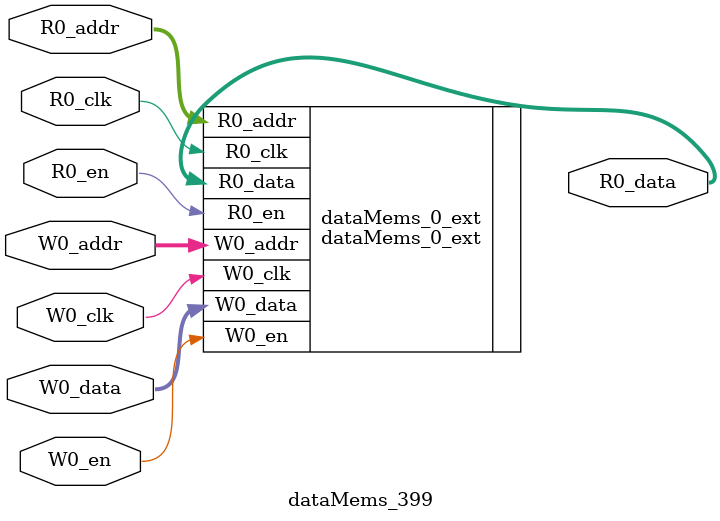
<source format=sv>
`ifndef RANDOMIZE
  `ifdef RANDOMIZE_REG_INIT
    `define RANDOMIZE
  `endif // RANDOMIZE_REG_INIT
`endif // not def RANDOMIZE
`ifndef RANDOMIZE
  `ifdef RANDOMIZE_MEM_INIT
    `define RANDOMIZE
  `endif // RANDOMIZE_MEM_INIT
`endif // not def RANDOMIZE

`ifndef RANDOM
  `define RANDOM $random
`endif // not def RANDOM

// Users can define 'PRINTF_COND' to add an extra gate to prints.
`ifndef PRINTF_COND_
  `ifdef PRINTF_COND
    `define PRINTF_COND_ (`PRINTF_COND)
  `else  // PRINTF_COND
    `define PRINTF_COND_ 1
  `endif // PRINTF_COND
`endif // not def PRINTF_COND_

// Users can define 'ASSERT_VERBOSE_COND' to add an extra gate to assert error printing.
`ifndef ASSERT_VERBOSE_COND_
  `ifdef ASSERT_VERBOSE_COND
    `define ASSERT_VERBOSE_COND_ (`ASSERT_VERBOSE_COND)
  `else  // ASSERT_VERBOSE_COND
    `define ASSERT_VERBOSE_COND_ 1
  `endif // ASSERT_VERBOSE_COND
`endif // not def ASSERT_VERBOSE_COND_

// Users can define 'STOP_COND' to add an extra gate to stop conditions.
`ifndef STOP_COND_
  `ifdef STOP_COND
    `define STOP_COND_ (`STOP_COND)
  `else  // STOP_COND
    `define STOP_COND_ 1
  `endif // STOP_COND
`endif // not def STOP_COND_

// Users can define INIT_RANDOM as general code that gets injected into the
// initializer block for modules with registers.
`ifndef INIT_RANDOM
  `define INIT_RANDOM
`endif // not def INIT_RANDOM

// If using random initialization, you can also define RANDOMIZE_DELAY to
// customize the delay used, otherwise 0.002 is used.
`ifndef RANDOMIZE_DELAY
  `define RANDOMIZE_DELAY 0.002
`endif // not def RANDOMIZE_DELAY

// Define INIT_RANDOM_PROLOG_ for use in our modules below.
`ifndef INIT_RANDOM_PROLOG_
  `ifdef RANDOMIZE
    `ifdef VERILATOR
      `define INIT_RANDOM_PROLOG_ `INIT_RANDOM
    `else  // VERILATOR
      `define INIT_RANDOM_PROLOG_ `INIT_RANDOM #`RANDOMIZE_DELAY begin end
    `endif // VERILATOR
  `else  // RANDOMIZE
    `define INIT_RANDOM_PROLOG_
  `endif // RANDOMIZE
`endif // not def INIT_RANDOM_PROLOG_

// Include register initializers in init blocks unless synthesis is set
`ifndef SYNTHESIS
  `ifndef ENABLE_INITIAL_REG_
    `define ENABLE_INITIAL_REG_
  `endif // not def ENABLE_INITIAL_REG_
`endif // not def SYNTHESIS

// Include rmemory initializers in init blocks unless synthesis is set
`ifndef SYNTHESIS
  `ifndef ENABLE_INITIAL_MEM_
    `define ENABLE_INITIAL_MEM_
  `endif // not def ENABLE_INITIAL_MEM_
`endif // not def SYNTHESIS

module dataMems_399(	// @[generators/ara/src/main/scala/UnsafeAXI4ToTL.scala:365:62]
  input  [4:0]  R0_addr,
  input         R0_en,
  input         R0_clk,
  output [66:0] R0_data,
  input  [4:0]  W0_addr,
  input         W0_en,
  input         W0_clk,
  input  [66:0] W0_data
);

  dataMems_0_ext dataMems_0_ext (	// @[generators/ara/src/main/scala/UnsafeAXI4ToTL.scala:365:62]
    .R0_addr (R0_addr),
    .R0_en   (R0_en),
    .R0_clk  (R0_clk),
    .R0_data (R0_data),
    .W0_addr (W0_addr),
    .W0_en   (W0_en),
    .W0_clk  (W0_clk),
    .W0_data (W0_data)
  );
endmodule


</source>
